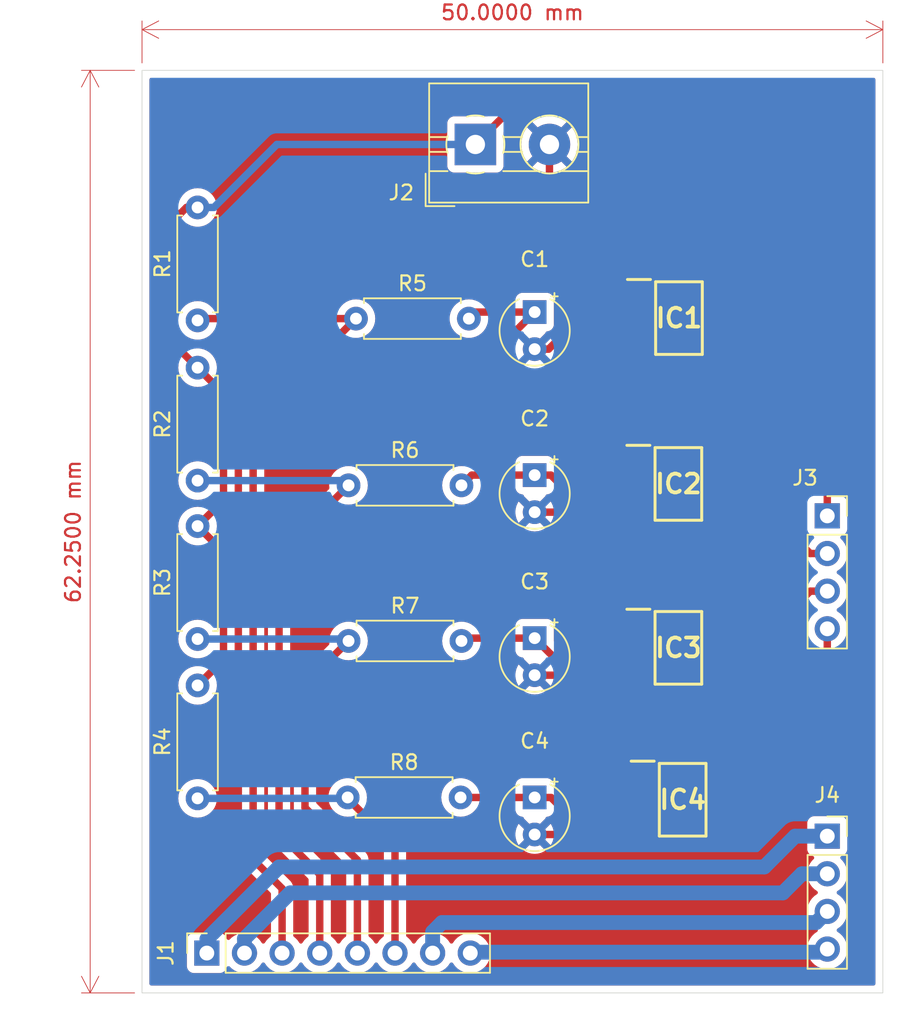
<source format=kicad_pcb>
(kicad_pcb (version 20240108) (generator "pcbnew") (generator_version "8.0")
  (layers (0 "F.Cu" signal) (31 "B.Cu" signal) (34 "B.Paste" user) (35 "F.Paste" user) (36 "B.SilkS" user "B.Silkscreen") (37 "F.SilkS" user "F.Silkscreen") (38 "B.Mask" user) (39 "F.Mask" user) (44 "Edge.Cuts" user))
  (net 0 "")
  (net 1 "GND")
  (net 2 "Net-(IC1-VIN+)")
  (net 3 "Net-(IC2-VIN+)")
  (net 4 "Net-(IC3-VIN+)")
  (net 5 "Net-(IC4-VIN+)")
  (net 7 "+3.3V")
  (net 10 "ADC_Input1")
  (net 11 "ADC_Input2")
  (net 16 "ADC_Input3")
  (net 20 "ADC_Input4")
  (net 23 "Line2")
  (net 24 "Line3")
  (net 25 "Line4")
  (net 26 "Line1")
  (net 27 "GPIO_Output3")
  (net 28 "GPIO_Output1")
  (net 29 "GPIO_Output4")
  (net 30 "GPIO_Output2")
  (footprint "Capacitor_THT:CP_Radial_Tantal_D4.5mm_P2.50mm" (layer "F.Cu") (at 151.75 85.31 -90)
    (property "Reference" "C4" (at -3.81 0 180) (layer "F.SilkS"))
    (property "Value" "220n")
    (fp_line (start -1.287288 -1.335) (end -0.837288 -1.335) (stroke (width 0.12)) (layer "F.SilkS"))
    (fp_line (start -1.062288 -1.56) (end -1.062288 -1.11) (stroke (width 0.12)) (layer "F.SilkS"))
    (fp_arc (start -0.869741 -1.06) (mid 3.62 0) (end -0.869741 1.06) (stroke (width 0.12)) (layer "F.SilkS"))
    (pad "1" thru_hole rect (at 0 0 270) (size 1.6 1.6) (drill 0.8) (layers "*.Cu" "*.Mask") (net 5 "Net-(IC4-VIN+)"))
    (pad "2" thru_hole circle (at 2.5 0 270) (size 1.6 1.6) (drill 0.8) (layers "*.Cu" "*.Mask") (net 1 "GND"))
  )
  (footprint "Resistor_THT:R_Axial_DIN0207_L6.3mm_D2.5mm_P7.62mm_Horizontal" (layer "F.Cu") (at 139.19 64.25)
    (property "Reference" "R6" (at 3.81 -2.37 0) (layer "F.SilkS"))
    (property "Value" "68k")
    (fp_line (start 0.54 -1.37) (end 7.08 -1.37) (stroke (width 0.12)) (layer "F.SilkS"))
    (fp_line (start 0.54 -1.04) (end 0.54 -1.37) (stroke (width 0.12)) (layer "F.SilkS"))
    (fp_line (start 0.54 1.04) (end 0.54 1.37) (stroke (width 0.12)) (layer "F.SilkS"))
    (fp_line (start 0.54 1.37) (end 7.08 1.37) (stroke (width 0.12)) (layer "F.SilkS"))
    (fp_line (start 7.08 -1.37) (end 7.08 -1.04) (stroke (width 0.12)) (layer "F.SilkS"))
    (fp_line (start 7.08 1.37) (end 7.08 1.04) (stroke (width 0.12)) (layer "F.SilkS"))
    (pad "1" thru_hole circle (at 0 0) (size 1.6 1.6) (drill 0.8) (layers "*.Cu" "*.Mask") (net 23 "Line2"))
    (pad "2" thru_hole oval (at 7.62 0) (size 1.6 1.6) (drill 0.8) (layers "*.Cu" "*.Mask") (net 3 "Net-(IC2-VIN+)"))
  )
  (footprint "Resistor_THT:R_Axial_DIN0207_L6.3mm_D2.5mm_P7.62mm_Horizontal" (layer "F.Cu") (at 129 85.37 90)
    (property "Reference" "R4" (at 3.81 -2.37 90) (layer "F.SilkS"))
    (property "Value" "1k")
    (fp_line (start 7.08 -1.37) (end 7.08 -1.04) (stroke (width 0.12)) (layer "F.SilkS"))
    (fp_line (start 0.54 -1.37) (end 7.08 -1.37) (stroke (width 0.12)) (layer "F.SilkS"))
    (fp_line (start 0.54 -1.04) (end 0.54 -1.37) (stroke (width 0.12)) (layer "F.SilkS"))
    (fp_line (start 0.54 1.04) (end 0.54 1.37) (stroke (width 0.12)) (layer "F.SilkS"))
    (fp_line (start 7.08 1.37) (end 7.08 1.04) (stroke (width 0.12)) (layer "F.SilkS"))
    (fp_line (start 0.54 1.37) (end 7.08 1.37) (stroke (width 0.12)) (layer "F.SilkS"))
    (pad "1" thru_hole circle (at 0 0 90) (size 1.6 1.6) (drill 0.8) (layers "*.Cu" "*.Mask") (net 25 "Line4"))
    (pad "2" thru_hole oval (at 7.62 0 90) (size 1.6 1.6) (drill 0.8) (layers "*.Cu" "*.Mask") (net 7 "+3.3V"))
  )
  (footprint "Imported:SOIC127P600X175-8N" (layer "F.Cu") (at 161.45 75.215)
    (property "Reference" "IC3" (at 0 0 0) (layer "F.SilkS") (effects (font (size 1.27 1.27) (thickness 0.254))))
    (property "Value" "MCP601-E_SN" (hide yes))
    (fp_line (start -3.475 -2.605) (end -1.925 -2.605) (stroke (width 0.2)) (layer "F.SilkS"))
    (fp_line (start -1.575 -2.45) (end 1.575 -2.45) (stroke (width 0.2)) (layer "F.SilkS"))
    (fp_line (start -1.575 2.45) (end -1.575 -2.45) (stroke (width 0.2)) (layer "F.SilkS"))
    (fp_line (start 1.575 -2.45) (end 1.575 2.45) (stroke (width 0.2)) (layer "F.SilkS"))
    (fp_line (start 1.575 2.45) (end -1.575 2.45) (stroke (width 0.2)) (layer "F.SilkS"))
    (pad "1" smd rect (at -2.7 -1.905 90) (size 0.7 1.55) (layers "F.Cu" "F.Paste" "F.Mask"))
    (pad "2" smd rect (at -2.7 -0.635 90) (size 0.7 1.55) (layers "F.Cu" "F.Paste" "F.Mask") (net 1 "GND"))
    (pad "3" smd rect (at -2.7 0.635 90) (size 0.7 1.55) (layers "F.Cu" "F.Paste" "F.Mask") (net 4 "Net-(IC3-VIN+)"))
    (pad "4" smd rect (at -2.7 1.905 90) (size 0.7 1.55) (layers "F.Cu" "F.Paste" "F.Mask") (net 1 "GND"))
    (pad "5" smd rect (at 2.7 1.905 90) (size 0.7 1.55) (layers "F.Cu" "F.Paste" "F.Mask"))
    (pad "6" smd rect (at 2.7 0.635 90) (size 0.7 1.55) (layers "F.Cu" "F.Paste" "F.Mask") (net 16 "ADC_Input3"))
    (pad "7" smd rect (at 2.7 -0.635 90) (size 0.7 1.55) (layers "F.Cu" "F.Paste" "F.Mask") (net 7 "+3.3V"))
    (pad "8" smd rect (at 2.7 -1.905 90) (size 0.7 1.55) (layers "F.Cu" "F.Paste" "F.Mask"))
  )
  (footprint "Resistor_THT:R_Axial_DIN0207_L6.3mm_D2.5mm_P7.62mm_Horizontal" (layer "F.Cu") (at 139.69 53)
    (property "Reference" "R5" (at 3.81 -2.37 0) (layer "F.SilkS"))
    (property "Value" "68k")
    (fp_line (start 0.54 -1.37) (end 7.08 -1.37) (stroke (width 0.12)) (layer "F.SilkS"))
    (fp_line (start 0.54 -1.04) (end 0.54 -1.37) (stroke (width 0.12)) (layer "F.SilkS"))
    (fp_line (start 0.54 1.04) (end 0.54 1.37) (stroke (width 0.12)) (layer "F.SilkS"))
    (fp_line (start 0.54 1.37) (end 7.08 1.37) (stroke (width 0.12)) (layer "F.SilkS"))
    (fp_line (start 7.08 -1.37) (end 7.08 -1.04) (stroke (width 0.12)) (layer "F.SilkS"))
    (fp_line (start 7.08 1.37) (end 7.08 1.04) (stroke (width 0.12)) (layer "F.SilkS"))
    (pad "1" thru_hole circle (at 0 0) (size 1.6 1.6) (drill 0.8) (layers "*.Cu" "*.Mask") (net 26 "Line1"))
    (pad "2" thru_hole oval (at 7.62 0) (size 1.6 1.6) (drill 0.8) (layers "*.Cu" "*.Mask") (net 2 "Net-(IC1-VIN+)"))
  )
  (footprint "Imported:SOIC127P600X175-8N" (layer "F.Cu") (at 161.45 64.155)
    (property "Reference" "IC2" (at 0 0 0) (layer "F.SilkS") (effects (font (size 1.27 1.27) (thickness 0.254))))
    (property "Value" "MCP601-E_SN" (hide yes))
    (fp_line (start -3.475 -2.605) (end -1.925 -2.605) (stroke (width 0.2)) (layer "F.SilkS"))
    (fp_line (start -1.575 -2.45) (end 1.575 -2.45) (stroke (width 0.2)) (layer "F.SilkS"))
    (fp_line (start -1.575 2.45) (end -1.575 -2.45) (stroke (width 0.2)) (layer "F.SilkS"))
    (fp_line (start 1.575 -2.45) (end 1.575 2.45) (stroke (width 0.2)) (layer "F.SilkS"))
    (fp_line (start 1.575 2.45) (end -1.575 2.45) (stroke (width 0.2)) (layer "F.SilkS"))
    (pad "1" smd rect (at -2.7 -1.905 90) (size 0.7 1.55) (layers "F.Cu" "F.Paste" "F.Mask"))
    (pad "2" smd rect (at -2.7 -0.635 90) (size 0.7 1.55) (layers "F.Cu" "F.Paste" "F.Mask") (net 1 "GND"))
    (pad "3" smd rect (at -2.7 0.635 90) (size 0.7 1.55) (layers "F.Cu" "F.Paste" "F.Mask") (net 3 "Net-(IC2-VIN+)"))
    (pad "4" smd rect (at -2.7 1.905 90) (size 0.7 1.55) (layers "F.Cu" "F.Paste" "F.Mask") (net 1 "GND"))
    (pad "5" smd rect (at 2.7 1.905 90) (size 0.7 1.55) (layers "F.Cu" "F.Paste" "F.Mask"))
    (pad "6" smd rect (at 2.7 0.635 90) (size 0.7 1.55) (layers "F.Cu" "F.Paste" "F.Mask") (net 11 "ADC_Input2"))
    (pad "7" smd rect (at 2.7 -0.635 90) (size 0.7 1.55) (layers "F.Cu" "F.Paste" "F.Mask") (net 7 "+3.3V"))
    (pad "8" smd rect (at 2.7 -1.905 90) (size 0.7 1.55) (layers "F.Cu" "F.Paste" "F.Mask"))
  )
  (footprint "Imported:SOIC127P600X175-8N" (layer "F.Cu") (at 161.49 52.965)
    (property "Reference" "IC1" (at 0 0 0) (layer "F.SilkS") (effects (font (size 1.27 1.27) (thickness 0.254))))
    (property "Value" "MCP601-E_SN" (hide yes))
    (fp_line (start -3.475 -2.605) (end -1.925 -2.605) (stroke (width 0.2)) (layer "F.SilkS"))
    (fp_line (start -1.575 -2.45) (end 1.575 -2.45) (stroke (width 0.2)) (layer "F.SilkS"))
    (fp_line (start -1.575 2.45) (end -1.575 -2.45) (stroke (width 0.2)) (layer "F.SilkS"))
    (fp_line (start 1.575 -2.45) (end 1.575 2.45) (stroke (width 0.2)) (layer "F.SilkS"))
    (fp_line (start 1.575 2.45) (end -1.575 2.45) (stroke (width 0.2)) (layer "F.SilkS"))
    (pad "1" smd rect (at -2.7 -1.905 90) (size 0.7 1.55) (layers "F.Cu" "F.Paste" "F.Mask"))
    (pad "2" smd rect (at -2.7 -0.635 90) (size 0.7 1.55) (layers "F.Cu" "F.Paste" "F.Mask") (net 1 "GND"))
    (pad "3" smd rect (at -2.7 0.635 90) (size 0.7 1.55) (layers "F.Cu" "F.Paste" "F.Mask") (net 2 "Net-(IC1-VIN+)"))
    (pad "4" smd rect (at -2.7 1.905 90) (size 0.7 1.55) (layers "F.Cu" "F.Paste" "F.Mask") (net 1 "GND"))
    (pad "5" smd rect (at 2.7 1.905 90) (size 0.7 1.55) (layers "F.Cu" "F.Paste" "F.Mask"))
    (pad "6" smd rect (at 2.7 0.635 90) (size 0.7 1.55) (layers "F.Cu" "F.Paste" "F.Mask") (net 10 "ADC_Input1"))
    (pad "7" smd rect (at 2.7 -0.635 90) (size 0.7 1.55) (layers "F.Cu" "F.Paste" "F.Mask") (net 7 "+3.3V"))
    (pad "8" smd rect (at 2.7 -1.905 90) (size 0.7 1.55) (layers "F.Cu" "F.Paste" "F.Mask"))
  )
  (footprint "Resistor_THT:R_Axial_DIN0207_L6.3mm_D2.5mm_P7.62mm_Horizontal" (layer "F.Cu") (at 139.13 85.31)
    (property "Reference" "R8" (at 3.81 -2.37 0) (layer "F.SilkS"))
    (property "Value" "68k")
    (fp_line (start 0.54 -1.37) (end 7.08 -1.37) (stroke (width 0.12)) (layer "F.SilkS"))
    (fp_line (start 0.54 -1.04) (end 0.54 -1.37) (stroke (width 0.12)) (layer "F.SilkS"))
    (fp_line (start 0.54 1.04) (end 0.54 1.37) (stroke (width 0.12)) (layer "F.SilkS"))
    (fp_line (start 0.54 1.37) (end 7.08 1.37) (stroke (width 0.12)) (layer "F.SilkS"))
    (fp_line (start 7.08 -1.37) (end 7.08 -1.04) (stroke (width 0.12)) (layer "F.SilkS"))
    (fp_line (start 7.08 1.37) (end 7.08 1.04) (stroke (width 0.12)) (layer "F.SilkS"))
    (pad "1" thru_hole circle (at 0 0) (size 1.6 1.6) (drill 0.8) (layers "*.Cu" "*.Mask") (net 25 "Line4"))
    (pad "2" thru_hole oval (at 7.62 0) (size 1.6 1.6) (drill 0.8) (layers "*.Cu" "*.Mask") (net 5 "Net-(IC4-VIN+)"))
  )
  (footprint "Connector_PinSocket_2.54mm:PinSocket_1x04_P2.54mm_Vertical" (layer "F.Cu") (at 171.5 87.92)
    (property "Reference" "J4" (at 0 -2.77 0) (layer "F.SilkS"))
    (property "Value" "Conn_01x04_Socket")
    (fp_line (start -1.33 1.27) (end -1.33 8.95) (stroke (width 0.12)) (layer "F.SilkS"))
    (fp_line (start -1.33 1.27) (end 1.33 1.27) (stroke (width 0.12)) (layer "F.SilkS"))
    (fp_line (start -1.33 8.95) (end 1.33 8.95) (stroke (width 0.12)) (layer "F.SilkS"))
    (fp_line (start 0 -1.33) (end 1.33 -1.33) (stroke (width 0.12)) (layer "F.SilkS"))
    (fp_line (start 1.33 -1.33) (end 1.33 0) (stroke (width 0.12)) (layer "F.SilkS"))
    (fp_line (start 1.33 1.27) (end 1.33 8.95) (stroke (width 0.12)) (layer "F.SilkS"))
    (pad "1" thru_hole rect (at 0 0) (size 1.7 1.7) (drill 1) (layers "*.Cu" "*.Mask") (net 28 "GPIO_Output1"))
    (pad "2" thru_hole oval (at 0 2.54) (size 1.7 1.7) (drill 1) (layers "*.Cu" "*.Mask") (net 30 "GPIO_Output2"))
    (pad "3" thru_hole oval (at 0 5.08) (size 1.7 1.7) (drill 1) (layers "*.Cu" "*.Mask") (net 27 "GPIO_Output3"))
    (pad "4" thru_hole oval (at 0 7.62) (size 1.7 1.7) (drill 1) (layers "*.Cu" "*.Mask") (net 29 "GPIO_Output4"))
  )
  (footprint "Capacitor_THT:CP_Radial_Tantal_D4.5mm_P2.50mm" (layer "F.Cu") (at 151.75 52.56 -90)
    (property "Reference" "C1" (at -3.56 0 180) (layer "F.SilkS"))
    (property "Value" "220n")
    (fp_line (start -1.287288 -1.335) (end -0.837288 -1.335) (stroke (width 0.12)) (layer "F.SilkS"))
    (fp_line (start -1.062288 -1.56) (end -1.062288 -1.11) (stroke (width 0.12)) (layer "F.SilkS"))
    (fp_arc (start -0.869741 -1.06) (mid 3.62 0) (end -0.869741 1.06) (stroke (width 0.12)) (layer "F.SilkS"))
    (pad "1" thru_hole rect (at 0 0 270) (size 1.6 1.6) (drill 0.8) (layers "*.Cu" "*.Mask") (net 2 "Net-(IC1-VIN+)"))
    (pad "2" thru_hole circle (at 2.5 0 270) (size 1.6 1.6) (drill 0.8) (layers "*.Cu" "*.Mask") (net 1 "GND"))
  )
  (footprint "Resistor_THT:R_Axial_DIN0207_L6.3mm_D2.5mm_P7.62mm_Horizontal" (layer "F.Cu") (at 129 74.62 90)
    (property "Reference" "R3" (at 3.81 -2.37 90) (layer "F.SilkS"))
    (property "Value" "1k")
    (fp_line (start 7.08 -1.37) (end 7.08 -1.04) (stroke (width 0.12)) (layer "F.SilkS"))
    (fp_line (start 0.54 -1.37) (end 7.08 -1.37) (stroke (width 0.12)) (layer "F.SilkS"))
    (fp_line (start 0.54 -1.04) (end 0.54 -1.37) (stroke (width 0.12)) (layer "F.SilkS"))
    (fp_line (start 0.54 1.04) (end 0.54 1.37) (stroke (width 0.12)) (layer "F.SilkS"))
    (fp_line (start 7.08 1.37) (end 7.08 1.04) (stroke (width 0.12)) (layer "F.SilkS"))
    (fp_line (start 0.54 1.37) (end 7.08 1.37) (stroke (width 0.12)) (layer "F.SilkS"))
    (pad "1" thru_hole circle (at 0 0 90) (size 1.6 1.6) (drill 0.8) (layers "*.Cu" "*.Mask") (net 24 "Line3"))
    (pad "2" thru_hole oval (at 7.62 0 90) (size 1.6 1.6) (drill 0.8) (layers "*.Cu" "*.Mask") (net 7 "+3.3V"))
  )
  (footprint "Imported:SOIC127P600X175-8N" (layer "F.Cu") (at 161.74 85.465)
    (property "Reference" "IC4" (at 0 0 0) (layer "F.SilkS") (effects (font (size 1.27 1.27) (thickness 0.254))))
    (property "Value" "MCP601-E_SN" (hide yes))
    (fp_line (start -3.475 -2.605) (end -1.925 -2.605) (stroke (width 0.2)) (layer "F.SilkS"))
    (fp_line (start -1.575 -2.45) (end 1.575 -2.45) (stroke (width 0.2)) (layer "F.SilkS"))
    (fp_line (start -1.575 2.45) (end -1.575 -2.45) (stroke (width 0.2)) (layer "F.SilkS"))
    (fp_line (start 1.575 -2.45) (end 1.575 2.45) (stroke (width 0.2)) (layer "F.SilkS"))
    (fp_line (start 1.575 2.45) (end -1.575 2.45) (stroke (width 0.2)) (layer "F.SilkS"))
    (pad "1" smd rect (at -2.7 -1.905 90) (size 0.7 1.55) (layers "F.Cu" "F.Paste" "F.Mask"))
    (pad "2" smd rect (at -2.7 -0.635 90) (size 0.7 1.55) (layers "F.Cu" "F.Paste" "F.Mask") (net 1 "GND"))
    (pad "3" smd rect (at -2.7 0.635 90) (size 0.7 1.55) (layers "F.Cu" "F.Paste" "F.Mask") (net 5 "Net-(IC4-VIN+)"))
    (pad "4" smd rect (at -2.7 1.905 90) (size 0.7 1.55) (layers "F.Cu" "F.Paste" "F.Mask") (net 1 "GND"))
    (pad "5" smd rect (at 2.7 1.905 90) (size 0.7 1.55) (layers "F.Cu" "F.Paste" "F.Mask"))
    (pad "6" smd rect (at 2.7 0.635 90) (size 0.7 1.55) (layers "F.Cu" "F.Paste" "F.Mask") (net 20 "ADC_Input4"))
    (pad "7" smd rect (at 2.7 -0.635 90) (size 0.7 1.55) (layers "F.Cu" "F.Paste" "F.Mask") (net 7 "+3.3V"))
    (pad "8" smd rect (at 2.7 -1.905 90) (size 0.7 1.55) (layers "F.Cu" "F.Paste" "F.Mask"))
  )
  (footprint "Capacitor_THT:CP_Radial_Tantal_D4.5mm_P2.50mm" (layer "F.Cu") (at 151.75 74.56 -90)
    (property "Reference" "C3" (at -3.81 0 180) (layer "F.SilkS"))
    (property "Value" "220n")
    (fp_line (start -1.287288 -1.335) (end -0.837288 -1.335) (stroke (width 0.12)) (layer "F.SilkS"))
    (fp_line (start -1.062288 -1.56) (end -1.062288 -1.11) (stroke (width 0.12)) (layer "F.SilkS"))
    (fp_arc (start -0.869741 -1.06) (mid 3.62 0) (end -0.869741 1.06) (stroke (width 0.12)) (layer "F.SilkS"))
    (pad "1" thru_hole rect (at 0 0 270) (size 1.6 1.6) (drill 0.8) (layers "*.Cu" "*.Mask") (net 4 "Net-(IC3-VIN+)"))
    (pad "2" thru_hole circle (at 2.5 0 270) (size 1.6 1.6) (drill 0.8) (layers "*.Cu" "*.Mask") (net 1 "GND"))
  )
  (footprint "Connector_PinSocket_2.54mm:PinSocket_1x04_P2.54mm_Vertical" (layer "F.Cu") (at 171.5 66.31)
    (property "Reference" "J3" (at -1.5 -2.56 0) (layer "F.SilkS"))
    (property "Value" "Conn_01x04_Socket")
    (fp_line (start -1.33 1.27) (end -1.33 8.95) (stroke (width 0.12)) (layer "F.SilkS"))
    (fp_line (start -1.33 1.27) (end 1.33 1.27) (stroke (width 0.12)) (layer "F.SilkS"))
    (fp_line (start -1.33 8.95) (end 1.33 8.95) (stroke (width 0.12)) (layer "F.SilkS"))
    (fp_line (start 0 -1.33) (end 1.33 -1.33) (stroke (width 0.12)) (layer "F.SilkS"))
    (fp_line (start 1.33 -1.33) (end 1.33 0) (stroke (width 0.12)) (layer "F.SilkS"))
    (fp_line (start 1.33 1.27) (end 1.33 8.95) (stroke (width 0.12)) (layer "F.SilkS"))
    (pad "1" thru_hole rect (at 0 0) (size 1.7 1.7) (drill 1) (layers "*.Cu" "*.Mask") (net 10 "ADC_Input1"))
    (pad "2" thru_hole oval (at 0 2.54) (size 1.7 1.7) (drill 1) (layers "*.Cu" "*.Mask") (net 11 "ADC_Input2"))
    (pad "3" thru_hole oval (at 0 5.08) (size 1.7 1.7) (drill 1) (layers "*.Cu" "*.Mask") (net 16 "ADC_Input3"))
    (pad "4" thru_hole oval (at 0 7.62) (size 1.7 1.7) (drill 1) (layers "*.Cu" "*.Mask") (net 20 "ADC_Input4"))
  )
  (footprint "Resistor_THT:R_Axial_DIN0207_L6.3mm_D2.5mm_P7.62mm_Horizontal" (layer "F.Cu") (at 129 63.93 90)
    (property "Reference" "R2" (at 3.81 -2.37 90) (layer "F.SilkS"))
    (property "Value" "1k")
    (fp_line (start 7.08 -1.37) (end 7.08 -1.04) (stroke (width 0.12)) (layer "F.SilkS"))
    (fp_line (start 0.54 -1.37) (end 7.08 -1.37) (stroke (width 0.12)) (layer "F.SilkS"))
    (fp_line (start 0.54 -1.04) (end 0.54 -1.37) (stroke (width 0.12)) (layer "F.SilkS"))
    (fp_line (start 0.54 1.04) (end 0.54 1.37) (stroke (width 0.12)) (layer "F.SilkS"))
    (fp_line (start 7.08 1.37) (end 7.08 1.04) (stroke (width 0.12)) (layer "F.SilkS"))
    (fp_line (start 0.54 1.37) (end 7.08 1.37) (stroke (width 0.12)) (layer "F.SilkS"))
    (pad "1" thru_hole circle (at 0 0 90) (size 1.6 1.6) (drill 0.8) (layers "*.Cu" "*.Mask") (net 23 "Line2"))
    (pad "2" thru_hole oval (at 7.62 0 90) (size 1.6 1.6) (drill 0.8) (layers "*.Cu" "*.Mask") (net 7 "+3.3V"))
  )
  (footprint "Capacitor_THT:CP_Radial_Tantal_D4.5mm_P2.50mm" (layer "F.Cu") (at 151.75 63.56 -90)
    (property "Reference" "C2" (at -3.81 0 180) (layer "F.SilkS"))
    (property "Value" "220n")
    (fp_line (start -1.287288 -1.335) (end -0.837288 -1.335) (stroke (width 0.12)) (layer "F.SilkS"))
    (fp_line (start -1.062288 -1.56) (end -1.062288 -1.11) (stroke (width 0.12)) (layer "F.SilkS"))
    (fp_arc (start -0.869741 -1.06) (mid 3.62 0) (end -0.869741 1.06) (stroke (width 0.12)) (layer "F.SilkS"))
    (pad "1" thru_hole rect (at 0 0 270) (size 1.6 1.6) (drill 0.8) (layers "*.Cu" "*.Mask") (net 3 "Net-(IC2-VIN+)"))
    (pad "2" thru_hole circle (at 2.5 0 270) (size 1.6 1.6) (drill 0.8) (layers "*.Cu" "*.Mask") (net 1 "GND"))
  )
  (footprint "TerminalBlock:TerminalBlock_MaiXu_MX126-5.0-02P_1x02_P5.00mm" (layer "F.Cu") (at 147.75 41.25)
    (property "Reference" "J2" (at -5 3.25 0) (layer "F.SilkS"))
    (property "Value" "Screw_Terminal_01x02")
    (fp_line (start -3.36 1.97) (end -3.36 4.16) (stroke (width 0.12)) (layer "F.SilkS"))
    (fp_line (start -3.36 4.16) (end -1.41 4.16) (stroke (width 0.12)) (layer "F.SilkS"))
    (fp_line (start -3.12 -4.12) (end -3.12 3.92) (stroke (width 0.12)) (layer "F.SilkS"))
    (fp_line (start -3.12 -4.12) (end 7.62 -4.12) (stroke (width 0.12)) (layer "F.SilkS"))
    (fp_line (start -3.12 -0.5) (end -1.88 -0.5) (stroke (width 0.12)) (layer "F.SilkS"))
    (fp_line (start -3.12 0.5) (end -1.88 0.5) (stroke (width 0.12)) (layer "F.SilkS"))
    (fp_line (start -3.12 1.8) (end -1.88 1.8) (stroke (width 0.12)) (layer "F.SilkS"))
    (fp_line (start -3.12 3.92) (end 7.62 3.92) (stroke (width 0.12)) (layer "F.SilkS"))
    (fp_line (start 1.88 -0.5) (end 3.165 -0.5) (stroke (width 0.12)) (layer "F.SilkS"))
    (fp_line (start 1.88 0.5) (end 3.165 0.5) (stroke (width 0.12)) (layer "F.SilkS"))
    (fp_line (start 1.88 1.8) (end 4.331 1.8) (stroke (width 0.12)) (layer "F.SilkS"))
    (fp_line (start 3.514 1.248) (end 3.514 1.248) (stroke (width 0.12)) (layer "F.SilkS"))
    (fp_line (start 5.67 1.8) (end 7.62 1.8) (stroke (width 0.12)) (layer "F.SilkS"))
    (fp_line (start 6.487 -1.248) (end 6.487 -1.248) (stroke (width 0.12)) (layer "F.SilkS"))
    (fp_line (start 6.836 -0.5) (end 7.62 -0.5) (stroke (width 0.12)) (layer "F.SilkS"))
    (fp_line (start 6.836 0.5) (end 7.62 0.5) (stroke (width 0.12)) (layer "F.SilkS"))
    (fp_line (start 7.62 -4.12) (end 7.62 3.92) (stroke (width 0.12)) (layer "F.SilkS"))
    (fp_arc (start -1.875422 0.572619) (mid -1.960893 -0.000722) (end -1.875 -0.574) (stroke (width 0.12)) (layer "F.SilkS"))
    (fp_arc (start -0.572619 -1.875422) (mid 0.000722 -1.960893) (end 0.574 -1.875) (stroke (width 0.12)) (layer "F.SilkS"))
    (fp_arc (start 0.0335 1.960607) (mid -0.273619 1.941709) (end -0.574 1.875) (stroke (width 0.12)) (layer "F.SilkS"))
    (fp_arc (start 0.573049 1.874357) (mid 0.289707 1.938471) (end 0 1.96) (stroke (width 0.12)) (layer "F.SilkS"))
    (fp_arc (start 1.875422 -0.572619) (mid 1.960893 0.000722) (end 1.875 0.574) (stroke (width 0.12)) (layer "F.SilkS"))
    (fp_arc (start 3.434339 1.179122) (mid 3.039994 -0.00055) (end 3.435 -1.18) (stroke (width 0.12)) (layer "F.SilkS"))
    (fp_arc (start 3.434826 -1.180695) (mid 3.476985 -1.2346) (end 3.521 -1.287) (stroke (width 0.12)) (layer "F.SilkS"))
    (fp_arc (start 3.521125 1.286294) (mid 3.477135 1.233899) (end 3.435 1.18) (stroke (width 0.12)) (layer "F.SilkS"))
    (fp_arc (start 3.521202 -1.287012) (mid 3.578747 -1.350293) (end 3.639 -1.411) (stroke (width 0.12)) (layer "F.SilkS"))
    (fp_arc (start 3.63871 1.41001) (mid 3.578502 1.349289) (end 3.521 1.286) (stroke (width 0.12)) (layer "F.SilkS"))
    (fp_arc (start 3.638867 -1.410738) (mid 3.701698 -1.468767) (end 3.767 -1.524) (stroke (width 0.12)) (layer "F.SilkS"))
    (fp_arc (start 3.767069 1.523253) (mid 3.701799 1.468024) (end 3.639 1.41) (stroke (width 0.12)) (layer "F.SilkS"))
    (fp_arc (start 3.767452 -1.524377) (mid 3.835117 -1.576689) (end 3.905 -1.626) (stroke (width 0.12)) (layer "F.SilkS"))
    (fp_arc (start 3.904517 1.625664) (mid 3.834649 1.576332) (end 3.767 1.524) (stroke (width 0.12)) (layer "F.SilkS"))
    (fp_arc (start 3.93363 -1.644317) (mid 4.006369 -1.689267) (end 4.081 -1.731) (stroke (width 0.12)) (layer "F.SilkS"))
    (fp_arc (start 4.080344 1.730739) (mid 4.005728 1.688974) (end 3.933 1.644) (stroke (width 0.12)) (layer "F.SilkS"))
    (fp_arc (start 4.172694 -1.777259) (mid 4.266842 -1.818121) (end 4.363 -1.854) (stroke (width 0.12)) (layer "F.SilkS"))
    (fp_arc (start 4.362283 1.853815) (mid 4.266136 1.817899) (end 4.172 1.777) (stroke (width 0.12)) (layer "F.SilkS"))
    (fp_arc (start 4.493681 -1.893473) (mid 4.74516 -1.943362) (end 5.001 -1.96) (stroke (width 0.12)) (layer "F.SilkS"))
    (fp_arc (start 5.000479 1.960685) (mid 4.744554 1.943973) (end 4.493 1.894) (stroke (width 0.12)) (layer "F.SilkS"))
    (fp_arc (start 5.000487 -1.960944) (mid 5.256437 -1.944104) (end 5.508 -1.894) (stroke (width 0.12)) (layer "F.SilkS"))
    (fp_arc (start 5.507285 1.893215) (mid 5.255831 1.943232) (end 5 1.96) (stroke (width 0.12)) (layer "F.SilkS"))
    (fp_arc (start 5.638712 -1.85392) (mid 5.734863 -1.817951) (end 5.829 -1.777) (stroke (width 0.12)) (layer "F.SilkS"))
    (fp_arc (start 5.829295 1.77705) (mid 5.735155 1.818016) (end 5.639 1.854) (stroke (width 0.12)) (layer "F.SilkS"))
    (fp_arc (start 5.920652 -1.730826) (mid 5.995274 -1.689022) (end 6.068 -1.644) (stroke (width 0.12)) (layer "F.SilkS"))
    (fp_arc (start 6.068362 1.644143) (mid 5.995629 1.689179) (end 5.921 1.731) (stroke (width 0.12)) (layer "F.SilkS"))
    (fp_arc (start 6.096479 -1.625751) (mid 6.166348 -1.576374) (end 6.234 -1.524) (stroke (width 0.12)) (layer "F.SilkS"))
    (fp_arc (start 6.233457 1.523294) (mid 6.16584 1.575649) (end 6.096 1.625) (stroke (width 0.12)) (layer "F.SilkS"))
    (fp_arc (start 6.233928 -1.523341) (mid 6.2992 -1.468068) (end 6.362 -1.41) (stroke (width 0.12)) (layer "F.SilkS"))
    (fp_arc (start 6.36213 1.410651) (mid 6.2993 1.468722) (end 6.234 1.524) (stroke (width 0.12)) (layer "F.SilkS"))
    (fp_arc (start 6.362286 -1.410097) (mid 6.422497 -1.349333) (end 6.48 -1.286) (stroke (width 0.12)) (layer "F.SilkS"))
    (fp_arc (start 6.479707 1.285928) (mid 6.422207 1.349248) (end 6.362 1.41) (stroke (width 0.12)) (layer "F.SilkS"))
    (fp_arc (start 6.479873 -1.286364) (mid 6.523865 -1.233934) (end 6.566 -1.18) (stroke (width 0.12)) (layer "F.SilkS"))
    (fp_arc (start 6.565937 -1.180084) (mid 6.960805 -0.000052) (end 6.566 1.18) (stroke (width 0.12)) (layer "F.SilkS"))
    (fp_arc (start 6.566102 1.179628) (mid 6.523976 1.233563) (end 6.48 1.286) (stroke (width 0.12)) (layer "F.SilkS"))
    (pad "1" thru_hole rect (at 0 0) (size 2.8 2.8) (drill 1.3) (layers "*.Cu" "*.Mask") (net 7 "+3.3V"))
    (pad "2" thru_hole circle (at 5 0) (size 2.8 2.8) (drill 1.3) (layers "*.Cu" "*.Mask") (net 1 "GND"))
  )
  (footprint "Resistor_THT:R_Axial_DIN0207_L6.3mm_D2.5mm_P7.62mm_Horizontal" (layer "F.Cu") (at 129 53.12 90)
    (property "Reference" "R1" (at 3.81 -2.37 90) (layer "F.SilkS"))
    (property "Value" "1k")
    (fp_line (start 7.08 -1.37) (end 7.08 -1.04) (stroke (width 0.12)) (layer "F.SilkS"))
    (fp_line (start 0.54 -1.37) (end 7.08 -1.37) (stroke (width 0.12)) (layer "F.SilkS"))
    (fp_line (start 0.54 -1.04) (end 0.54 -1.37) (stroke (width 0.12)) (layer "F.SilkS"))
    (fp_line (start 0.54 1.04) (end 0.54 1.37) (stroke (width 0.12)) (layer "F.SilkS"))
    (fp_line (start 7.08 1.37) (end 7.08 1.04) (stroke (width 0.12)) (layer "F.SilkS"))
    (fp_line (start 0.54 1.37) (end 7.08 1.37) (stroke (width 0.12)) (layer "F.SilkS"))
    (pad "1" thru_hole circle (at 0 0 90) (size 1.6 1.6) (drill 0.8) (layers "*.Cu" "*.Mask") (net 26 "Line1"))
    (pad "2" thru_hole oval (at 7.62 0 90) (size 1.6 1.6) (drill 0.8) (layers "*.Cu" "*.Mask") (net 7 "+3.3V"))
  )
  (footprint "Connector_PinSocket_2.54mm:PinSocket_1x08_P2.54mm_Vertical" (layer "F.Cu") (at 129.625 95.81 90)
    (property "Reference" "J1" (at 0 -2.77 90) (layer "F.SilkS"))
    (property "Value" "Conn_01x08_Socket")
    (fp_line (start 1.33 -1.33) (end 1.33 0) (stroke (width 0.12)) (layer "F.SilkS"))
    (fp_line (start 0 -1.33) (end 1.33 -1.33) (stroke (width 0.12)) (layer "F.SilkS"))
    (fp_line (start 1.33 1.27) (end 1.33 19.11) (stroke (width 0.12)) (layer "F.SilkS"))
    (fp_line (start -1.33 1.27) (end 1.33 1.27) (stroke (width 0.12)) (layer "F.SilkS"))
    (fp_line (start -1.33 1.27) (end -1.33 19.11) (stroke (width 0.12)) (layer "F.SilkS"))
    (fp_line (start -1.33 19.11) (end 1.33 19.11) (stroke (width 0.12)) (layer "F.SilkS"))
    (pad "1" thru_hole rect (at 0 0 90) (size 1.7 1.7) (drill 1) (layers "*.Cu" "*.Mask") (net 28 "GPIO_Output1"))
    (pad "2" thru_hole oval (at 0 2.54 90) (size 1.7 1.7) (drill 1) (layers "*.Cu" "*.Mask") (net 30 "GPIO_Output2"))
    (pad "3" thru_hole oval (at 0 5.08 90) (size 1.7 1.7) (drill 1) (layers "*.Cu" "*.Mask") (net 26 "Line1"))
    (pad "4" thru_hole oval (at 0 7.62 90) (size 1.7 1.7) (drill 1) (layers "*.Cu" "*.Mask") (net 23 "Line2"))
    (pad "5" thru_hole oval (at 0 10.16 90) (size 1.7 1.7) (drill 1) (layers "*.Cu" "*.Mask") (net 24 "Line3"))
    (pad "6" thru_hole oval (at 0 12.7 90) (size 1.7 1.7) (drill 1) (layers "*.Cu" "*.Mask") (net 25 "Line4"))
    (pad "7" thru_hole oval (at 0 15.24 90) (size 1.7 1.7) (drill 1) (layers "*.Cu" "*.Mask") (net 27 "GPIO_Output3"))
    (pad "8" thru_hole oval (at 0 17.78 90) (size 1.7 1.7) (drill 1) (layers "*.Cu" "*.Mask") (net 29 "GPIO_Output4"))
  )
  (footprint "Resistor_THT:R_Axial_DIN0207_L6.3mm_D2.5mm_P7.62mm_Horizontal" (layer "F.Cu") (at 139.19 74.75)
    (property "Reference" "R7" (at 3.81 -2.37 0) (layer "F.SilkS"))
    (property "Value" "68k")
    (fp_line (start 0.54 -1.37) (end 7.08 -1.37) (stroke (width 0.12)) (layer "F.SilkS"))
    (fp_line (start 0.54 -1.04) (end 0.54 -1.37) (stroke (width 0.12)) (layer "F.SilkS"))
    (fp_line (start 0.54 1.04) (end 0.54 1.37) (stroke (width 0.12)) (layer "F.SilkS"))
    (fp_line (start 0.54 1.37) (end 7.08 1.37) (stroke (width 0.12)) (layer "F.SilkS"))
    (fp_line (start 7.08 -1.37) (end 7.08 -1.04) (stroke (width 0.12)) (layer "F.SilkS"))
    (fp_line (start 7.08 1.37) (end 7.08 1.04) (stroke (width 0.12)) (layer "F.SilkS"))
    (pad "1" thru_hole circle (at 0 0) (size 1.6 1.6) (drill 0.8) (layers "*.Cu" "*.Mask") (net 24 "Line3"))
    (pad "2" thru_hole oval (at 7.62 0) (size 1.6 1.6) (drill 0.8) (layers "*.Cu" "*.Mask") (net 4 "Net-(IC3-VIN+)"))
  )
  (gr_rect (start 125.25 36.25) (end 175.25 98.5) (stroke (width 0.05)) (fill none) (layer "Edge.Cuts"))
  (dimension (type aligned) (layer "F.Cu") (pts (xy 125.25 98.5) (xy 125.25 36.25)) (height -3.5) (gr_text "62.2500 mm" (at 120.6 67.375 90) (layer "F.Cu") (effects (font (size 1 1) (thickness 0.15)))) (format (prefix "") (suffix "") (units 3) (units_format 1) (precision 4)) (style (thickness 0.05) (arrow_length 1.27) (text_position_mode 0) (extension_height 0.58642) (extension_offset 0.5) keep_text_aligned))
  (dimension (type aligned) (layer "F.Cu") (pts (xy 125.25 36.25) (xy 175.25 36.25)) (height -2.75) (gr_text "50.0000 mm" (at 150.25 32.35 0) (layer "F.Cu") (effects (font (size 1 1) (thickness 0.15)))) (format (prefix "") (suffix "") (units 3) (units_format 1) (precision 4)) (style (thickness 0.05) (arrow_length 1.27) (text_position_mode 0) (extension_height 0.58642) (extension_offset 0.5) keep_text_aligned))
  (segment (start 157.27 63.52) (end 158.75 63.52) (width 0.5) (layer "F.Cu") (net 1))
  (segment (start 158.69 77.06) (end 158.75 77.12) (width 0.5) (layer "F.Cu") (net 1))
  (segment (start 159.04 84.83) (end 160.0159 84.83) (width 0.2) (layer "F.Cu") (net 1))
  (segment (start 157.1703 51.787) (end 157.7133 52.33) (width 0.5) (layer "F.Cu") (net 1))
  (segment (start 160.5 75.25) (end 160.5 76.5) (width 0.2) (layer "F.Cu") (net 1))
  (segment (start 156.5 56.75) (end 156.5 62.75) (width 0.5) (layer "F.Cu") (net 1))
  (segment (start 157.6733 66.06) (end 151.75 66.06) (width 0.5) (layer "F.Cu") (net 1))
  (segment (start 158.75 66.06) (end 157.6733 66.06) (width 0.2) (layer "F.Cu") (net 1))
  (segment (start 158.75 74.58) (end 159.83 74.58) (width 0.2) (layer "F.Cu") (net 1))
  (segment (start 160.5 76.5) (end 159.88 77.12) (width 0.2) (layer "F.Cu") (net 1))
  (segment (start 155.023 52.727) (end 152.69 55.06) (width 0.5) (layer "F.Cu") (net 1))
  (segment (start 152.69 55.06) (end 151.75 55.06) (width 0.5) (layer "F.Cu") (net 1))
  (segment (start 160.5 54.25) (end 159.88 54.87) (width 0.2) (layer "F.Cu") (net 1))
  (segment (start 158.75 63.52) (end 159.77 63.52) (width 0.2) (layer "F.Cu") (net 1))
  (segment (start 155.023 51.787) (end 157.1703 51.787) (width 0.5) (layer "F.Cu") (net 1))
  (segment (start 160.38 87.37) (end 161 86.75) (width 0.2) (layer "F.Cu") (net 1))
  (segment (start 159.83 52.33) (end 160.5 53) (width 0.2) (layer "F.Cu") (net 1))
  (segment (start 161 86.75) (end 161 85.7148) (width 0.2) (layer "F.Cu") (net 1))
  (segment (start 160.5 53) (end 160.5 54.25) (width 0.2) (layer "F.Cu") (net 1))
  (segment (start 156.5 62.75) (end 157.27 63.52) (width 0.5) (layer "F.Cu") (net 1))
  (segment (start 158.79 52.33) (end 159.83 52.33) (width 0.2) (layer "F.Cu") (net 1))
  (segment (start 159.69 66.06) (end 158.75 66.06) (width 0.2) (layer "F.Cu") (net 1))
  (segment (start 152.75 41.25) (end 152.75 49.514) (width 0.5) (layer "F.Cu") (net 1))
  (segment (start 157.33 74.58) (end 158.75 74.58) (width 0.5) (layer "F.Cu") (net 1))
  (segment (start 155.023 51.787) (end 155.023 52.727) (width 0.5) (layer "F.Cu") (net 1))
  (segment (start 160.25 65.5) (end 159.69 66.06) (width 0.2) (layer "F.Cu") (net 1))
  (segment (start 161 85.7148) (end 160.1152 84.83) (width 0.2) (layer "F.Cu") (net 1))
  (segment (start 160.25 64) (end 160.25 65.5) (width 0.2) (layer "F.Cu") (net 1))
  (segment (start 152.75 49.514) (end 155.023 51.787) (width 0.5) (layer "F.Cu") (net 1))
  (segment (start 159.83 74.58) (end 160.5 75.25) (width 0.2) (layer "F.Cu") (net 1))
  (segment (start 157.5233 87.81) (end 157.9633 87.37) (width 0.5) (layer "F.Cu") (net 1))
  (segment (start 158.79 54.87) (end 158.38 54.87) (width 0.2) (layer "F.Cu") (net 1))
  (segment (start 159.77 63.52) (end 160.25 64) (width 0.2) (layer "F.Cu") (net 1))
  (segment (start 158.38 54.87) (end 156.5 56.75) (width 0.5) (layer "F.Cu") (net 1))
  (segment (start 156.75 74) (end 157.33 74.58) (width 0.5) (layer "F.Cu") (net 1))
  (segment (start 159.88 77.12) (end 158.75 77.12) (width 0.2) (layer "F.Cu") (net 1))
  (segment (start 159.88 54.87) (end 158.79 54.87) (width 0.2) (layer "F.Cu") (net 1))
  (segment (start 158.79 52.33) (end 157.7133 52.33) (width 0.5) (layer "F.Cu") (net 1))
  (segment (start 159.04 87.37) (end 157.9633 87.37) (width 0.5) (layer "F.Cu") (net 1))
  (segment (start 158.75 66.06) (end 156.75 68.06) (width 0.5) (layer "F.Cu") (net 1))
  (segment (start 151.75 77.06) (end 158.69 77.06) (width 0.5) (layer "F.Cu") (net 1))
  (segment (start 151.75 87.81) (end 157.5233 87.81) (width 0.5) (layer "F.Cu") (net 1))
  (segment (start 160.0159 84.83) (end 160.1152 84.83) (width 0.2) (layer "F.Cu") (net 1))
  (segment (start 159.04 87.37) (end 160.38 87.37) (width 0.2) (layer "F.Cu") (net 1))
  (segment (start 156.75 68.06) (end 156.75 74) (width 0.5) (layer "F.Cu") (net 1))
  (segment (start 151.75 52.56) (end 147.75 52.56) (width 0.5) (layer "F.Cu") (net 2))
  (segment (start 152.7415 56.75) (end 151 56.75) (width 0.5) (layer "F.Cu") (net 2))
  (segment (start 147.75 52.56) (end 147.31 53) (width 0.5) (layer "F.Cu") (net 2))
  (segment (start 150 54.31) (end 151.75 52.56) (width 0.5) (layer "F.Cu") (net 2))
  (segment (start 150 55.75) (end 150 54.31) (width 0.5) (layer "F.Cu") (net 2))
  (segment (start 155.8915 53.6) (end 152.7415 56.75) (width 0.5) (layer "F.Cu") (net 2))
  (segment (start 151 56.75) (end 150 55.75) (width 0.5) (layer "F.Cu") (net 2))
  (segment (start 158.79 53.6) (end 155.8915 53.6) (width 0.5) (layer "F.Cu") (net 2))
  (segment (start 154.0817 64.79) (end 152.8517 63.56) (width 0.5) (layer "F.Cu") (net 3))
  (segment (start 147.5 63.56) (end 151.75 63.56) (width 0.5) (layer "F.Cu") (net 3))
  (segment (start 158.75 64.79) (end 154.0817 64.79) (width 0.5) (layer "F.Cu") (net 3))
  (segment (start 151.75 63.56) (end 152.8517 63.56) (width 0.5) (layer "F.Cu") (net 3))
  (segment (start 151.5 63.81) (end 151.75 63.56) (width 0.5) (layer "F.Cu") (net 3))
  (segment (start 146.81 64.25) (end 147.5 63.56) (width 0.5) (layer "F.Cu") (net 3))
  (segment (start 151.5 63.81) (end 151.75 63.56) (width 0.2) (layer "B.Cu") (net 3))
  (segment (start 147 74.56) (end 146.81 74.75) (width 0.2) (layer "F.Cu") (net 4))
  (segment (start 153.04 75.85) (end 151.75 74.56) (width 0.5) (layer "F.Cu") (net 4))
  (segment (start 151.75 74.56) (end 147 74.56) (width 0.5) (layer "F.Cu") (net 4))
  (segment (start 158.75 75.85) (end 153.04 75.85) (width 0.5) (layer "F.Cu") (net 4))
  (segment (start 151.75 85.31) (end 152.8517 85.31) (width 0.5) (layer "F.Cu") (net 5))
  (segment (start 153.6417 86.1) (end 152.8517 85.31) (width 0.5) (layer "F.Cu") (net 5))
  (segment (start 159.04 86.1) (end 153.6417 86.1) (width 0.5) (layer "F.Cu") (net 5))
  (segment (start 146.75 85.31) (end 151.75 85.31) (width 0.5) (layer "F.Cu") (net 5))
  (segment (start 130.75 68.75) (end 130.75 76) (width 0.5) (layer "F.Cu") (net 7))
  (segment (start 162.83 74.58) (end 162.25 74) (width 0.5) (layer "F.Cu") (net 7))
  (segment (start 164.15 74.58) (end 162.83 74.58) (width 0.5) (layer "F.Cu") (net 7))
  (segment (start 129 45.5) (end 128.25 45.5) (width 0.5) (layer "F.Cu") (net 7))
  (segment (start 163.08 84.83) (end 162.5 84.25) (width 0.5) (layer "F.Cu") (net 7))
  (segment (start 150.25 38.75) (end 155 38.75) (width 0.5) (layer "F.Cu") (net 7))
  (segment (start 164.15 63.52) (end 163.02 63.52) (width 0.5) (layer "F.Cu") (net 7))
  (segment (start 130.75 76) (end 129 77.75) (width 0.5) (layer "F.Cu") (net 7))
  (segment (start 162.5 84.25) (end 162.5 74.91) (width 0.5) (layer "F.Cu") (net 7))
  (segment (start 163.1133 52.33) (end 164.19 52.33) (width 0.5) (layer "F.Cu") (net 7))
  (segment (start 129 67) (end 130.75 68.75) (width 0.5) (layer "F.Cu") (net 7))
  (segment (start 162.25 62.75) (end 162.25 53) (width 0.5) (layer "F.Cu") (net 7))
  (segment (start 162.25 53) (end 162.92 52.33) (width 0.5) (layer "F.Cu") (net 7))
  (segment (start 162 45.75) (end 162 51.2167) (width 0.5) (layer "F.Cu") (net 7))
  (segment (start 155 38.75) (end 162 45.75) (width 0.5) (layer "F.Cu") (net 7))
  (segment (start 130.75 65.25) (end 129 67) (width 0.5) (layer "F.Cu") (net 7))
  (segment (start 127 54.31) (end 129 56.31) (width 0.5) (layer "F.Cu") (net 7))
  (segment (start 164.44 84.83) (end 163.08 84.83) (width 0.5) (layer "F.Cu") (net 7))
  (segment (start 127 46.75) (end 127 54.31) (width 0.5) (layer "F.Cu") (net 7))
  (segment (start 164.15 74.58) (end 163.67 74.58) (width 0.5) (layer "F.Cu") (net 7))
  (segment (start 162.5 74.91) (end 162.83 74.58) (width 0.5) (layer "F.Cu") (net 7))
  (segment (start 130.75 58.06) (end 130.75 65.25) (width 0.5) (layer "F.Cu") (net 7))
  (segment (start 147.75 41.25) (end 150.25 38.75) (width 0.5) (layer "F.Cu") (net 7))
  (segment (start 163.02 63.52) (end 162.25 62.75) (width 0.5) (layer "F.Cu") (net 7))
  (segment (start 129 56.31) (end 130.75 58.06) (width 0.5) (layer "F.Cu") (net 7))
  (segment (start 128.25 45.5) (end 127 46.75) (width 0.5) (layer "F.Cu") (net 7))
  (segment (start 162 51.2167) (end 163.1133 52.33) (width 0.5) (layer "F.Cu") (net 7))
  (segment (start 162.92 52.33) (end 163.765 52.33) (width 0.5) (layer "F.Cu") (net 7))
  (segment (start 164.19 52.33) (end 163.765 52.33) (width 0.2) (layer "F.Cu") (net 7))
  (segment (start 162.25 74) (end 162.25 64.065) (width 0.5) (layer "F.Cu") (net 7))
  (segment (start 162.25 64.065) (end 162.795 63.52) (width 0.5) (layer "F.Cu") (net 7))
  (segment (start 162.795 63.52) (end 164.15 63.52) (width 0.5) (layer "F.Cu") (net 7))
  (segment (start 129 45.5) (end 130.1017 45.5) (width 0.5) (layer "B.Cu") (net 7))
  (segment (start 147.75 41.25) (end 134.3517 41.25) (width 0.5) (layer "B.Cu") (net 7))
  (segment (start 134.3517 41.25) (end 130.1017 45.5) (width 0.5) (layer "B.Cu") (net 7))
  (segment (start 171.5 66.31) (end 171.5 59.8333) (width 0.5) (layer "F.Cu") (net 10))
  (segment (start 164.19 53.6) (end 165.2667 53.6) (width 0.5) (layer "F.Cu") (net 10))
  (segment (start 171.5 59.8333) (end 165.2667 53.6) (width 0.5) (layer "F.Cu") (net 10))
  (segment (start 171.5 68.85) (end 170.3483 68.85) (width 0.5) (layer "F.Cu") (net 11))
  (segment (start 170.3483 68.85) (end 166.2883 64.79) (width 0.5) (layer "F.Cu") (net 11))
  (segment (start 166.2883 64.79) (end 164.15 64.79) (width 0.5) (layer "F.Cu") (net 11))
  (segment (start 165.8883 75.85) (end 164.15 75.85) (width 0.5) (layer "F.Cu") (net 16))
  (segment (start 170.3483 71.39) (end 165.8883 75.85) (width 0.5) (layer "F.Cu") (net 16))
  (segment (start 171.5 71.39) (end 170.3483 71.39) (width 0.5) (layer "F.Cu") (net 16))
  (segment (start 171.5 73.93) (end 171.5 80.1167) (width 0.5) (layer "F.Cu") (net 20))
  (segment (start 164.44 86.1) (end 165.5167 86.1) (width 0.5) (layer "F.Cu") (net 20))
  (segment (start 171.5 80.1167) (end 165.5167 86.1) (width 0.5) (layer "F.Cu") (net 20))
  (segment (start 134.5 87.75) (end 137.245 90.495) (width 0.5) (layer "F.Cu") (net 23))
  (segment (start 134.5 68.94) (end 134.5 87.75) (width 0.5) (layer "F.Cu") (net 23))
  (segment (start 139.19 64.25) (end 134.5 68.94) (width 0.5) (layer "F.Cu") (net 23))
  (segment (start 137.245 90.495) (end 137.245 95.81) (width 0.5) (layer "F.Cu") (net 23))
  (segment (start 138.87 63.93) (end 139.19 64.25) (width 0.5) (layer "B.Cu") (net 23))
  (segment (start 129 63.93) (end 138.87 63.93) (width 0.5) (layer "B.Cu") (net 23))
  (segment (start 139.785 89.535) (end 136.25 86) (width 0.5) (layer "F.Cu") (net 24))
  (segment (start 139.785 95.81) (end 139.785 89.535) (width 0.5) (layer "F.Cu") (net 24))
  (segment (start 136.25 86) (end 136.25 77.69) (width 0.5) (layer "F.Cu") (net 24))
  (segment (start 136.25 77.69) (end 139.19 74.75) (width 0.5) (layer "F.Cu") (net 24))
  (segment (start 129 74.62) (end 139.06 74.62) (width 0.5) (layer "B.Cu") (net 24))
  (segment (start 139.06 74.62) (end 139.19 74.75) (width 0.5) (layer "B.Cu") (net 24))
  (segment (start 142.325 95.81) (end 142.325 88.575) (width 0.5) (layer "F.Cu") (net 25))
  (segment (start 139.13 85.38) (end 139.13 85.31) (width 0.5) (layer "F.Cu") (net 25))
  (segment (start 142.325 88.575) (end 139.13 85.38) (width 0.5) (layer "F.Cu") (net 25))
  (segment (start 129 85.37) (end 139.07 85.37) (width 0.5) (layer "B.Cu") (net 25))
  (segment (start 139.07 85.37) (end 139.13 85.31) (width 0.5) (layer "B.Cu") (net 25))
  (segment (start 139.69 53) (end 132.75 59.94) (width 0.5) (layer "F.Cu") (net 26))
  (segment (start 132.75 59.94) (end 132.75 89.5) (width 0.5) (layer "F.Cu") (net 26))
  (segment (start 139.69 53) (end 129.12 53) (width 0.5) (layer "F.Cu") (net 26))
  (segment (start 129.12 53) (end 129 53.12) (width 0.5) (layer "F.Cu") (net 26))
  (segment (start 134.705 91.455) (end 134.705 95.81) (width 0.5) (layer "F.Cu") (net 26))
  (segment (start 132.75 89.5) (end 134.705 91.455) (width 0.5) (layer "F.Cu") (net 26))
  (segment (start 144.865 95.81) (end 144.865 94.385) (width 1) (layer "B.Cu") (net 27))
  (segment (start 144.865 94.385) (end 145.5 93.75) (width 1) (layer "B.Cu") (net 27))
  (segment (start 145.5 93.75) (end 170.75 93.75) (width 1) (layer "B.Cu") (net 27))
  (segment (start 170.75 93.75) (end 171.5 93) (width 1) (layer "B.Cu") (net 27))
  (segment (start 171.5 87.92) (end 169.33 87.92) (width 1) (layer "B.Cu") (net 28))
  (segment (start 134.5 90) (end 129.625 94.875) (width 1) (layer "B.Cu") (net 28))
  (segment (start 129.625 94.875) (end 129.625 95.81) (width 0.2) (layer "B.Cu") (net 28))
  (segment (start 167.25 90) (end 134.5 90) (width 1) (layer "B.Cu") (net 28))
  (segment (start 169.33 87.92) (end 167.25 90) (width 1) (layer "B.Cu") (net 28))
  (segment (start 147.465 95.75) (end 171.29 95.75) (width 1) (layer "B.Cu") (net 29))
  (segment (start 171.29 95.75) (end 171.5 95.54) (width 1) (layer "B.Cu") (net 29))
  (segment (start 147.405 95.81) (end 147.465 95.75) (width 1) (layer "B.Cu") (net 29))
  (segment (start 132.165 94.835) (end 135.25 91.75) (width 1) (layer "B.Cu") (net 30))
  (segment (start 132.165 95.81) (end 132.165 94.835) (width 1) (layer "B.Cu") (net 30))
  (segment (start 169.79 90.46) (end 171.5 90.46) (width 1) (layer "B.Cu") (net 30))
  (segment (start 135.25 91.75) (end 168.5 91.75) (width 1) (layer "B.Cu") (net 30))
  (segment (start 168.5 91.75) (end 169.79 90.46) (width 1) (layer "B.Cu") (net 30))
  (zone (net 1) (net_name "GND") (layers "F&B.Cu") (connect_pads (clearance 0.5)) (min_thickness 0.25) (fill yes (thermal_gap 0.5) (thermal_bridge_width 0.5))
    (polygon (pts (xy 125.25 36.25) (xy 175.25 36.25) (xy 175.25 98.75) (xy 125.25 98.5)))
  )
)
</source>
